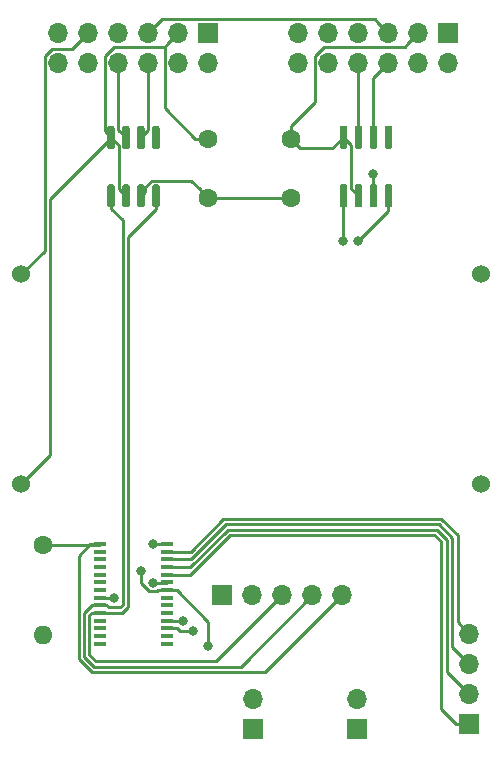
<source format=gbr>
G04 #@! TF.GenerationSoftware,KiCad,Pcbnew,5.1.4-e60b266~84~ubuntu19.04.1*
G04 #@! TF.CreationDate,2020-01-15T22:36:37+11:00*
G04 #@! TF.ProjectId,sid-board,7369642d-626f-4617-9264-2e6b69636164,rev?*
G04 #@! TF.SameCoordinates,Original*
G04 #@! TF.FileFunction,Copper,L1,Top*
G04 #@! TF.FilePolarity,Positive*
%FSLAX46Y46*%
G04 Gerber Fmt 4.6, Leading zero omitted, Abs format (unit mm)*
G04 Created by KiCad (PCBNEW 5.1.4-e60b266~84~ubuntu19.04.1) date 2020-01-15 22:36:37*
%MOMM*%
%LPD*%
G04 APERTURE LIST*
%ADD10C,1.524000*%
%ADD11R,1.100000X0.400000*%
%ADD12O,1.700000X1.700000*%
%ADD13R,1.700000X1.700000*%
%ADD14O,1.600000X1.600000*%
%ADD15C,1.600000*%
%ADD16C,0.100000*%
%ADD17C,0.600000*%
%ADD18C,0.800000*%
%ADD19C,0.250000*%
G04 APERTURE END LIST*
D10*
X103124000Y-85344000D03*
X103124000Y-103124000D03*
X64135000Y-103124000D03*
X64135000Y-85344000D03*
D11*
X70810000Y-116620000D03*
X70810000Y-115970000D03*
X70810000Y-115320000D03*
X70810000Y-114670000D03*
X70810000Y-114020000D03*
X70810000Y-113370000D03*
X70810000Y-112720000D03*
X70810000Y-112070000D03*
X70810000Y-111420000D03*
X70810000Y-110770000D03*
X70810000Y-110120000D03*
X70810000Y-109470000D03*
X70810000Y-108820000D03*
X70810000Y-108170000D03*
X76510000Y-108170000D03*
X76510000Y-108820000D03*
X76510000Y-109470000D03*
X76510000Y-110120000D03*
X76510000Y-110770000D03*
X76510000Y-111420000D03*
X76510000Y-112070000D03*
X76510000Y-112720000D03*
X76510000Y-113370000D03*
X76510000Y-114020000D03*
X76510000Y-114670000D03*
X76510000Y-115320000D03*
X76510000Y-115970000D03*
X76510000Y-116620000D03*
D12*
X87630000Y-67437000D03*
X87630000Y-64897000D03*
X90170000Y-67437000D03*
X90170000Y-64897000D03*
X92710000Y-67437000D03*
X92710000Y-64897000D03*
X95250000Y-67437000D03*
X95250000Y-64897000D03*
X97790000Y-67437000D03*
X97790000Y-64897000D03*
X100330000Y-67437000D03*
D13*
X100330000Y-64897000D03*
D12*
X67310000Y-67437000D03*
X67310000Y-64897000D03*
X69850000Y-67437000D03*
X69850000Y-64897000D03*
X72390000Y-67437000D03*
X72390000Y-64897000D03*
X74930000Y-67437000D03*
X74930000Y-64897000D03*
X77470000Y-67437000D03*
X77470000Y-64897000D03*
X80010000Y-67437000D03*
D13*
X80010000Y-64897000D03*
D14*
X66040000Y-115887500D03*
D15*
X66040000Y-108267500D03*
D12*
X91313000Y-112522000D03*
X88773000Y-112522000D03*
X86233000Y-112522000D03*
X83693000Y-112522000D03*
D13*
X81153000Y-112522000D03*
D12*
X102108000Y-115824000D03*
X102108000Y-118364000D03*
X102108000Y-120904000D03*
D13*
X102108000Y-123444000D03*
D12*
X83820000Y-121285000D03*
D13*
X83820000Y-123825000D03*
D12*
X92583000Y-121285000D03*
D13*
X92583000Y-123825000D03*
D15*
X86995000Y-73867000D03*
X86995000Y-78867000D03*
X80010000Y-73867000D03*
X80010000Y-78867000D03*
D16*
G36*
X71919703Y-72776122D02*
G01*
X71934264Y-72778282D01*
X71948543Y-72781859D01*
X71962403Y-72786818D01*
X71975710Y-72793112D01*
X71988336Y-72800680D01*
X72000159Y-72809448D01*
X72011066Y-72819334D01*
X72020952Y-72830241D01*
X72029720Y-72842064D01*
X72037288Y-72854690D01*
X72043582Y-72867997D01*
X72048541Y-72881857D01*
X72052118Y-72896136D01*
X72054278Y-72910697D01*
X72055000Y-72925400D01*
X72055000Y-74575400D01*
X72054278Y-74590103D01*
X72052118Y-74604664D01*
X72048541Y-74618943D01*
X72043582Y-74632803D01*
X72037288Y-74646110D01*
X72029720Y-74658736D01*
X72020952Y-74670559D01*
X72011066Y-74681466D01*
X72000159Y-74691352D01*
X71988336Y-74700120D01*
X71975710Y-74707688D01*
X71962403Y-74713982D01*
X71948543Y-74718941D01*
X71934264Y-74722518D01*
X71919703Y-74724678D01*
X71905000Y-74725400D01*
X71605000Y-74725400D01*
X71590297Y-74724678D01*
X71575736Y-74722518D01*
X71561457Y-74718941D01*
X71547597Y-74713982D01*
X71534290Y-74707688D01*
X71521664Y-74700120D01*
X71509841Y-74691352D01*
X71498934Y-74681466D01*
X71489048Y-74670559D01*
X71480280Y-74658736D01*
X71472712Y-74646110D01*
X71466418Y-74632803D01*
X71461459Y-74618943D01*
X71457882Y-74604664D01*
X71455722Y-74590103D01*
X71455000Y-74575400D01*
X71455000Y-72925400D01*
X71455722Y-72910697D01*
X71457882Y-72896136D01*
X71461459Y-72881857D01*
X71466418Y-72867997D01*
X71472712Y-72854690D01*
X71480280Y-72842064D01*
X71489048Y-72830241D01*
X71498934Y-72819334D01*
X71509841Y-72809448D01*
X71521664Y-72800680D01*
X71534290Y-72793112D01*
X71547597Y-72786818D01*
X71561457Y-72781859D01*
X71575736Y-72778282D01*
X71590297Y-72776122D01*
X71605000Y-72775400D01*
X71905000Y-72775400D01*
X71919703Y-72776122D01*
X71919703Y-72776122D01*
G37*
D17*
X71755000Y-73750400D03*
D16*
G36*
X73189703Y-72776122D02*
G01*
X73204264Y-72778282D01*
X73218543Y-72781859D01*
X73232403Y-72786818D01*
X73245710Y-72793112D01*
X73258336Y-72800680D01*
X73270159Y-72809448D01*
X73281066Y-72819334D01*
X73290952Y-72830241D01*
X73299720Y-72842064D01*
X73307288Y-72854690D01*
X73313582Y-72867997D01*
X73318541Y-72881857D01*
X73322118Y-72896136D01*
X73324278Y-72910697D01*
X73325000Y-72925400D01*
X73325000Y-74575400D01*
X73324278Y-74590103D01*
X73322118Y-74604664D01*
X73318541Y-74618943D01*
X73313582Y-74632803D01*
X73307288Y-74646110D01*
X73299720Y-74658736D01*
X73290952Y-74670559D01*
X73281066Y-74681466D01*
X73270159Y-74691352D01*
X73258336Y-74700120D01*
X73245710Y-74707688D01*
X73232403Y-74713982D01*
X73218543Y-74718941D01*
X73204264Y-74722518D01*
X73189703Y-74724678D01*
X73175000Y-74725400D01*
X72875000Y-74725400D01*
X72860297Y-74724678D01*
X72845736Y-74722518D01*
X72831457Y-74718941D01*
X72817597Y-74713982D01*
X72804290Y-74707688D01*
X72791664Y-74700120D01*
X72779841Y-74691352D01*
X72768934Y-74681466D01*
X72759048Y-74670559D01*
X72750280Y-74658736D01*
X72742712Y-74646110D01*
X72736418Y-74632803D01*
X72731459Y-74618943D01*
X72727882Y-74604664D01*
X72725722Y-74590103D01*
X72725000Y-74575400D01*
X72725000Y-72925400D01*
X72725722Y-72910697D01*
X72727882Y-72896136D01*
X72731459Y-72881857D01*
X72736418Y-72867997D01*
X72742712Y-72854690D01*
X72750280Y-72842064D01*
X72759048Y-72830241D01*
X72768934Y-72819334D01*
X72779841Y-72809448D01*
X72791664Y-72800680D01*
X72804290Y-72793112D01*
X72817597Y-72786818D01*
X72831457Y-72781859D01*
X72845736Y-72778282D01*
X72860297Y-72776122D01*
X72875000Y-72775400D01*
X73175000Y-72775400D01*
X73189703Y-72776122D01*
X73189703Y-72776122D01*
G37*
D17*
X73025000Y-73750400D03*
D16*
G36*
X74459703Y-72776122D02*
G01*
X74474264Y-72778282D01*
X74488543Y-72781859D01*
X74502403Y-72786818D01*
X74515710Y-72793112D01*
X74528336Y-72800680D01*
X74540159Y-72809448D01*
X74551066Y-72819334D01*
X74560952Y-72830241D01*
X74569720Y-72842064D01*
X74577288Y-72854690D01*
X74583582Y-72867997D01*
X74588541Y-72881857D01*
X74592118Y-72896136D01*
X74594278Y-72910697D01*
X74595000Y-72925400D01*
X74595000Y-74575400D01*
X74594278Y-74590103D01*
X74592118Y-74604664D01*
X74588541Y-74618943D01*
X74583582Y-74632803D01*
X74577288Y-74646110D01*
X74569720Y-74658736D01*
X74560952Y-74670559D01*
X74551066Y-74681466D01*
X74540159Y-74691352D01*
X74528336Y-74700120D01*
X74515710Y-74707688D01*
X74502403Y-74713982D01*
X74488543Y-74718941D01*
X74474264Y-74722518D01*
X74459703Y-74724678D01*
X74445000Y-74725400D01*
X74145000Y-74725400D01*
X74130297Y-74724678D01*
X74115736Y-74722518D01*
X74101457Y-74718941D01*
X74087597Y-74713982D01*
X74074290Y-74707688D01*
X74061664Y-74700120D01*
X74049841Y-74691352D01*
X74038934Y-74681466D01*
X74029048Y-74670559D01*
X74020280Y-74658736D01*
X74012712Y-74646110D01*
X74006418Y-74632803D01*
X74001459Y-74618943D01*
X73997882Y-74604664D01*
X73995722Y-74590103D01*
X73995000Y-74575400D01*
X73995000Y-72925400D01*
X73995722Y-72910697D01*
X73997882Y-72896136D01*
X74001459Y-72881857D01*
X74006418Y-72867997D01*
X74012712Y-72854690D01*
X74020280Y-72842064D01*
X74029048Y-72830241D01*
X74038934Y-72819334D01*
X74049841Y-72809448D01*
X74061664Y-72800680D01*
X74074290Y-72793112D01*
X74087597Y-72786818D01*
X74101457Y-72781859D01*
X74115736Y-72778282D01*
X74130297Y-72776122D01*
X74145000Y-72775400D01*
X74445000Y-72775400D01*
X74459703Y-72776122D01*
X74459703Y-72776122D01*
G37*
D17*
X74295000Y-73750400D03*
D16*
G36*
X75729703Y-72776122D02*
G01*
X75744264Y-72778282D01*
X75758543Y-72781859D01*
X75772403Y-72786818D01*
X75785710Y-72793112D01*
X75798336Y-72800680D01*
X75810159Y-72809448D01*
X75821066Y-72819334D01*
X75830952Y-72830241D01*
X75839720Y-72842064D01*
X75847288Y-72854690D01*
X75853582Y-72867997D01*
X75858541Y-72881857D01*
X75862118Y-72896136D01*
X75864278Y-72910697D01*
X75865000Y-72925400D01*
X75865000Y-74575400D01*
X75864278Y-74590103D01*
X75862118Y-74604664D01*
X75858541Y-74618943D01*
X75853582Y-74632803D01*
X75847288Y-74646110D01*
X75839720Y-74658736D01*
X75830952Y-74670559D01*
X75821066Y-74681466D01*
X75810159Y-74691352D01*
X75798336Y-74700120D01*
X75785710Y-74707688D01*
X75772403Y-74713982D01*
X75758543Y-74718941D01*
X75744264Y-74722518D01*
X75729703Y-74724678D01*
X75715000Y-74725400D01*
X75415000Y-74725400D01*
X75400297Y-74724678D01*
X75385736Y-74722518D01*
X75371457Y-74718941D01*
X75357597Y-74713982D01*
X75344290Y-74707688D01*
X75331664Y-74700120D01*
X75319841Y-74691352D01*
X75308934Y-74681466D01*
X75299048Y-74670559D01*
X75290280Y-74658736D01*
X75282712Y-74646110D01*
X75276418Y-74632803D01*
X75271459Y-74618943D01*
X75267882Y-74604664D01*
X75265722Y-74590103D01*
X75265000Y-74575400D01*
X75265000Y-72925400D01*
X75265722Y-72910697D01*
X75267882Y-72896136D01*
X75271459Y-72881857D01*
X75276418Y-72867997D01*
X75282712Y-72854690D01*
X75290280Y-72842064D01*
X75299048Y-72830241D01*
X75308934Y-72819334D01*
X75319841Y-72809448D01*
X75331664Y-72800680D01*
X75344290Y-72793112D01*
X75357597Y-72786818D01*
X75371457Y-72781859D01*
X75385736Y-72778282D01*
X75400297Y-72776122D01*
X75415000Y-72775400D01*
X75715000Y-72775400D01*
X75729703Y-72776122D01*
X75729703Y-72776122D01*
G37*
D17*
X75565000Y-73750400D03*
D16*
G36*
X75729703Y-77726122D02*
G01*
X75744264Y-77728282D01*
X75758543Y-77731859D01*
X75772403Y-77736818D01*
X75785710Y-77743112D01*
X75798336Y-77750680D01*
X75810159Y-77759448D01*
X75821066Y-77769334D01*
X75830952Y-77780241D01*
X75839720Y-77792064D01*
X75847288Y-77804690D01*
X75853582Y-77817997D01*
X75858541Y-77831857D01*
X75862118Y-77846136D01*
X75864278Y-77860697D01*
X75865000Y-77875400D01*
X75865000Y-79525400D01*
X75864278Y-79540103D01*
X75862118Y-79554664D01*
X75858541Y-79568943D01*
X75853582Y-79582803D01*
X75847288Y-79596110D01*
X75839720Y-79608736D01*
X75830952Y-79620559D01*
X75821066Y-79631466D01*
X75810159Y-79641352D01*
X75798336Y-79650120D01*
X75785710Y-79657688D01*
X75772403Y-79663982D01*
X75758543Y-79668941D01*
X75744264Y-79672518D01*
X75729703Y-79674678D01*
X75715000Y-79675400D01*
X75415000Y-79675400D01*
X75400297Y-79674678D01*
X75385736Y-79672518D01*
X75371457Y-79668941D01*
X75357597Y-79663982D01*
X75344290Y-79657688D01*
X75331664Y-79650120D01*
X75319841Y-79641352D01*
X75308934Y-79631466D01*
X75299048Y-79620559D01*
X75290280Y-79608736D01*
X75282712Y-79596110D01*
X75276418Y-79582803D01*
X75271459Y-79568943D01*
X75267882Y-79554664D01*
X75265722Y-79540103D01*
X75265000Y-79525400D01*
X75265000Y-77875400D01*
X75265722Y-77860697D01*
X75267882Y-77846136D01*
X75271459Y-77831857D01*
X75276418Y-77817997D01*
X75282712Y-77804690D01*
X75290280Y-77792064D01*
X75299048Y-77780241D01*
X75308934Y-77769334D01*
X75319841Y-77759448D01*
X75331664Y-77750680D01*
X75344290Y-77743112D01*
X75357597Y-77736818D01*
X75371457Y-77731859D01*
X75385736Y-77728282D01*
X75400297Y-77726122D01*
X75415000Y-77725400D01*
X75715000Y-77725400D01*
X75729703Y-77726122D01*
X75729703Y-77726122D01*
G37*
D17*
X75565000Y-78700400D03*
D16*
G36*
X74459703Y-77726122D02*
G01*
X74474264Y-77728282D01*
X74488543Y-77731859D01*
X74502403Y-77736818D01*
X74515710Y-77743112D01*
X74528336Y-77750680D01*
X74540159Y-77759448D01*
X74551066Y-77769334D01*
X74560952Y-77780241D01*
X74569720Y-77792064D01*
X74577288Y-77804690D01*
X74583582Y-77817997D01*
X74588541Y-77831857D01*
X74592118Y-77846136D01*
X74594278Y-77860697D01*
X74595000Y-77875400D01*
X74595000Y-79525400D01*
X74594278Y-79540103D01*
X74592118Y-79554664D01*
X74588541Y-79568943D01*
X74583582Y-79582803D01*
X74577288Y-79596110D01*
X74569720Y-79608736D01*
X74560952Y-79620559D01*
X74551066Y-79631466D01*
X74540159Y-79641352D01*
X74528336Y-79650120D01*
X74515710Y-79657688D01*
X74502403Y-79663982D01*
X74488543Y-79668941D01*
X74474264Y-79672518D01*
X74459703Y-79674678D01*
X74445000Y-79675400D01*
X74145000Y-79675400D01*
X74130297Y-79674678D01*
X74115736Y-79672518D01*
X74101457Y-79668941D01*
X74087597Y-79663982D01*
X74074290Y-79657688D01*
X74061664Y-79650120D01*
X74049841Y-79641352D01*
X74038934Y-79631466D01*
X74029048Y-79620559D01*
X74020280Y-79608736D01*
X74012712Y-79596110D01*
X74006418Y-79582803D01*
X74001459Y-79568943D01*
X73997882Y-79554664D01*
X73995722Y-79540103D01*
X73995000Y-79525400D01*
X73995000Y-77875400D01*
X73995722Y-77860697D01*
X73997882Y-77846136D01*
X74001459Y-77831857D01*
X74006418Y-77817997D01*
X74012712Y-77804690D01*
X74020280Y-77792064D01*
X74029048Y-77780241D01*
X74038934Y-77769334D01*
X74049841Y-77759448D01*
X74061664Y-77750680D01*
X74074290Y-77743112D01*
X74087597Y-77736818D01*
X74101457Y-77731859D01*
X74115736Y-77728282D01*
X74130297Y-77726122D01*
X74145000Y-77725400D01*
X74445000Y-77725400D01*
X74459703Y-77726122D01*
X74459703Y-77726122D01*
G37*
D17*
X74295000Y-78700400D03*
D16*
G36*
X73189703Y-77726122D02*
G01*
X73204264Y-77728282D01*
X73218543Y-77731859D01*
X73232403Y-77736818D01*
X73245710Y-77743112D01*
X73258336Y-77750680D01*
X73270159Y-77759448D01*
X73281066Y-77769334D01*
X73290952Y-77780241D01*
X73299720Y-77792064D01*
X73307288Y-77804690D01*
X73313582Y-77817997D01*
X73318541Y-77831857D01*
X73322118Y-77846136D01*
X73324278Y-77860697D01*
X73325000Y-77875400D01*
X73325000Y-79525400D01*
X73324278Y-79540103D01*
X73322118Y-79554664D01*
X73318541Y-79568943D01*
X73313582Y-79582803D01*
X73307288Y-79596110D01*
X73299720Y-79608736D01*
X73290952Y-79620559D01*
X73281066Y-79631466D01*
X73270159Y-79641352D01*
X73258336Y-79650120D01*
X73245710Y-79657688D01*
X73232403Y-79663982D01*
X73218543Y-79668941D01*
X73204264Y-79672518D01*
X73189703Y-79674678D01*
X73175000Y-79675400D01*
X72875000Y-79675400D01*
X72860297Y-79674678D01*
X72845736Y-79672518D01*
X72831457Y-79668941D01*
X72817597Y-79663982D01*
X72804290Y-79657688D01*
X72791664Y-79650120D01*
X72779841Y-79641352D01*
X72768934Y-79631466D01*
X72759048Y-79620559D01*
X72750280Y-79608736D01*
X72742712Y-79596110D01*
X72736418Y-79582803D01*
X72731459Y-79568943D01*
X72727882Y-79554664D01*
X72725722Y-79540103D01*
X72725000Y-79525400D01*
X72725000Y-77875400D01*
X72725722Y-77860697D01*
X72727882Y-77846136D01*
X72731459Y-77831857D01*
X72736418Y-77817997D01*
X72742712Y-77804690D01*
X72750280Y-77792064D01*
X72759048Y-77780241D01*
X72768934Y-77769334D01*
X72779841Y-77759448D01*
X72791664Y-77750680D01*
X72804290Y-77743112D01*
X72817597Y-77736818D01*
X72831457Y-77731859D01*
X72845736Y-77728282D01*
X72860297Y-77726122D01*
X72875000Y-77725400D01*
X73175000Y-77725400D01*
X73189703Y-77726122D01*
X73189703Y-77726122D01*
G37*
D17*
X73025000Y-78700400D03*
D16*
G36*
X71919703Y-77726122D02*
G01*
X71934264Y-77728282D01*
X71948543Y-77731859D01*
X71962403Y-77736818D01*
X71975710Y-77743112D01*
X71988336Y-77750680D01*
X72000159Y-77759448D01*
X72011066Y-77769334D01*
X72020952Y-77780241D01*
X72029720Y-77792064D01*
X72037288Y-77804690D01*
X72043582Y-77817997D01*
X72048541Y-77831857D01*
X72052118Y-77846136D01*
X72054278Y-77860697D01*
X72055000Y-77875400D01*
X72055000Y-79525400D01*
X72054278Y-79540103D01*
X72052118Y-79554664D01*
X72048541Y-79568943D01*
X72043582Y-79582803D01*
X72037288Y-79596110D01*
X72029720Y-79608736D01*
X72020952Y-79620559D01*
X72011066Y-79631466D01*
X72000159Y-79641352D01*
X71988336Y-79650120D01*
X71975710Y-79657688D01*
X71962403Y-79663982D01*
X71948543Y-79668941D01*
X71934264Y-79672518D01*
X71919703Y-79674678D01*
X71905000Y-79675400D01*
X71605000Y-79675400D01*
X71590297Y-79674678D01*
X71575736Y-79672518D01*
X71561457Y-79668941D01*
X71547597Y-79663982D01*
X71534290Y-79657688D01*
X71521664Y-79650120D01*
X71509841Y-79641352D01*
X71498934Y-79631466D01*
X71489048Y-79620559D01*
X71480280Y-79608736D01*
X71472712Y-79596110D01*
X71466418Y-79582803D01*
X71461459Y-79568943D01*
X71457882Y-79554664D01*
X71455722Y-79540103D01*
X71455000Y-79525400D01*
X71455000Y-77875400D01*
X71455722Y-77860697D01*
X71457882Y-77846136D01*
X71461459Y-77831857D01*
X71466418Y-77817997D01*
X71472712Y-77804690D01*
X71480280Y-77792064D01*
X71489048Y-77780241D01*
X71498934Y-77769334D01*
X71509841Y-77759448D01*
X71521664Y-77750680D01*
X71534290Y-77743112D01*
X71547597Y-77736818D01*
X71561457Y-77731859D01*
X71575736Y-77728282D01*
X71590297Y-77726122D01*
X71605000Y-77725400D01*
X71905000Y-77725400D01*
X71919703Y-77726122D01*
X71919703Y-77726122D01*
G37*
D17*
X71755000Y-78700400D03*
D16*
G36*
X91604703Y-77700722D02*
G01*
X91619264Y-77702882D01*
X91633543Y-77706459D01*
X91647403Y-77711418D01*
X91660710Y-77717712D01*
X91673336Y-77725280D01*
X91685159Y-77734048D01*
X91696066Y-77743934D01*
X91705952Y-77754841D01*
X91714720Y-77766664D01*
X91722288Y-77779290D01*
X91728582Y-77792597D01*
X91733541Y-77806457D01*
X91737118Y-77820736D01*
X91739278Y-77835297D01*
X91740000Y-77850000D01*
X91740000Y-79500000D01*
X91739278Y-79514703D01*
X91737118Y-79529264D01*
X91733541Y-79543543D01*
X91728582Y-79557403D01*
X91722288Y-79570710D01*
X91714720Y-79583336D01*
X91705952Y-79595159D01*
X91696066Y-79606066D01*
X91685159Y-79615952D01*
X91673336Y-79624720D01*
X91660710Y-79632288D01*
X91647403Y-79638582D01*
X91633543Y-79643541D01*
X91619264Y-79647118D01*
X91604703Y-79649278D01*
X91590000Y-79650000D01*
X91290000Y-79650000D01*
X91275297Y-79649278D01*
X91260736Y-79647118D01*
X91246457Y-79643541D01*
X91232597Y-79638582D01*
X91219290Y-79632288D01*
X91206664Y-79624720D01*
X91194841Y-79615952D01*
X91183934Y-79606066D01*
X91174048Y-79595159D01*
X91165280Y-79583336D01*
X91157712Y-79570710D01*
X91151418Y-79557403D01*
X91146459Y-79543543D01*
X91142882Y-79529264D01*
X91140722Y-79514703D01*
X91140000Y-79500000D01*
X91140000Y-77850000D01*
X91140722Y-77835297D01*
X91142882Y-77820736D01*
X91146459Y-77806457D01*
X91151418Y-77792597D01*
X91157712Y-77779290D01*
X91165280Y-77766664D01*
X91174048Y-77754841D01*
X91183934Y-77743934D01*
X91194841Y-77734048D01*
X91206664Y-77725280D01*
X91219290Y-77717712D01*
X91232597Y-77711418D01*
X91246457Y-77706459D01*
X91260736Y-77702882D01*
X91275297Y-77700722D01*
X91290000Y-77700000D01*
X91590000Y-77700000D01*
X91604703Y-77700722D01*
X91604703Y-77700722D01*
G37*
D17*
X91440000Y-78675000D03*
D16*
G36*
X92874703Y-77700722D02*
G01*
X92889264Y-77702882D01*
X92903543Y-77706459D01*
X92917403Y-77711418D01*
X92930710Y-77717712D01*
X92943336Y-77725280D01*
X92955159Y-77734048D01*
X92966066Y-77743934D01*
X92975952Y-77754841D01*
X92984720Y-77766664D01*
X92992288Y-77779290D01*
X92998582Y-77792597D01*
X93003541Y-77806457D01*
X93007118Y-77820736D01*
X93009278Y-77835297D01*
X93010000Y-77850000D01*
X93010000Y-79500000D01*
X93009278Y-79514703D01*
X93007118Y-79529264D01*
X93003541Y-79543543D01*
X92998582Y-79557403D01*
X92992288Y-79570710D01*
X92984720Y-79583336D01*
X92975952Y-79595159D01*
X92966066Y-79606066D01*
X92955159Y-79615952D01*
X92943336Y-79624720D01*
X92930710Y-79632288D01*
X92917403Y-79638582D01*
X92903543Y-79643541D01*
X92889264Y-79647118D01*
X92874703Y-79649278D01*
X92860000Y-79650000D01*
X92560000Y-79650000D01*
X92545297Y-79649278D01*
X92530736Y-79647118D01*
X92516457Y-79643541D01*
X92502597Y-79638582D01*
X92489290Y-79632288D01*
X92476664Y-79624720D01*
X92464841Y-79615952D01*
X92453934Y-79606066D01*
X92444048Y-79595159D01*
X92435280Y-79583336D01*
X92427712Y-79570710D01*
X92421418Y-79557403D01*
X92416459Y-79543543D01*
X92412882Y-79529264D01*
X92410722Y-79514703D01*
X92410000Y-79500000D01*
X92410000Y-77850000D01*
X92410722Y-77835297D01*
X92412882Y-77820736D01*
X92416459Y-77806457D01*
X92421418Y-77792597D01*
X92427712Y-77779290D01*
X92435280Y-77766664D01*
X92444048Y-77754841D01*
X92453934Y-77743934D01*
X92464841Y-77734048D01*
X92476664Y-77725280D01*
X92489290Y-77717712D01*
X92502597Y-77711418D01*
X92516457Y-77706459D01*
X92530736Y-77702882D01*
X92545297Y-77700722D01*
X92560000Y-77700000D01*
X92860000Y-77700000D01*
X92874703Y-77700722D01*
X92874703Y-77700722D01*
G37*
D17*
X92710000Y-78675000D03*
D16*
G36*
X94144703Y-77700722D02*
G01*
X94159264Y-77702882D01*
X94173543Y-77706459D01*
X94187403Y-77711418D01*
X94200710Y-77717712D01*
X94213336Y-77725280D01*
X94225159Y-77734048D01*
X94236066Y-77743934D01*
X94245952Y-77754841D01*
X94254720Y-77766664D01*
X94262288Y-77779290D01*
X94268582Y-77792597D01*
X94273541Y-77806457D01*
X94277118Y-77820736D01*
X94279278Y-77835297D01*
X94280000Y-77850000D01*
X94280000Y-79500000D01*
X94279278Y-79514703D01*
X94277118Y-79529264D01*
X94273541Y-79543543D01*
X94268582Y-79557403D01*
X94262288Y-79570710D01*
X94254720Y-79583336D01*
X94245952Y-79595159D01*
X94236066Y-79606066D01*
X94225159Y-79615952D01*
X94213336Y-79624720D01*
X94200710Y-79632288D01*
X94187403Y-79638582D01*
X94173543Y-79643541D01*
X94159264Y-79647118D01*
X94144703Y-79649278D01*
X94130000Y-79650000D01*
X93830000Y-79650000D01*
X93815297Y-79649278D01*
X93800736Y-79647118D01*
X93786457Y-79643541D01*
X93772597Y-79638582D01*
X93759290Y-79632288D01*
X93746664Y-79624720D01*
X93734841Y-79615952D01*
X93723934Y-79606066D01*
X93714048Y-79595159D01*
X93705280Y-79583336D01*
X93697712Y-79570710D01*
X93691418Y-79557403D01*
X93686459Y-79543543D01*
X93682882Y-79529264D01*
X93680722Y-79514703D01*
X93680000Y-79500000D01*
X93680000Y-77850000D01*
X93680722Y-77835297D01*
X93682882Y-77820736D01*
X93686459Y-77806457D01*
X93691418Y-77792597D01*
X93697712Y-77779290D01*
X93705280Y-77766664D01*
X93714048Y-77754841D01*
X93723934Y-77743934D01*
X93734841Y-77734048D01*
X93746664Y-77725280D01*
X93759290Y-77717712D01*
X93772597Y-77711418D01*
X93786457Y-77706459D01*
X93800736Y-77702882D01*
X93815297Y-77700722D01*
X93830000Y-77700000D01*
X94130000Y-77700000D01*
X94144703Y-77700722D01*
X94144703Y-77700722D01*
G37*
D17*
X93980000Y-78675000D03*
D16*
G36*
X95414703Y-77700722D02*
G01*
X95429264Y-77702882D01*
X95443543Y-77706459D01*
X95457403Y-77711418D01*
X95470710Y-77717712D01*
X95483336Y-77725280D01*
X95495159Y-77734048D01*
X95506066Y-77743934D01*
X95515952Y-77754841D01*
X95524720Y-77766664D01*
X95532288Y-77779290D01*
X95538582Y-77792597D01*
X95543541Y-77806457D01*
X95547118Y-77820736D01*
X95549278Y-77835297D01*
X95550000Y-77850000D01*
X95550000Y-79500000D01*
X95549278Y-79514703D01*
X95547118Y-79529264D01*
X95543541Y-79543543D01*
X95538582Y-79557403D01*
X95532288Y-79570710D01*
X95524720Y-79583336D01*
X95515952Y-79595159D01*
X95506066Y-79606066D01*
X95495159Y-79615952D01*
X95483336Y-79624720D01*
X95470710Y-79632288D01*
X95457403Y-79638582D01*
X95443543Y-79643541D01*
X95429264Y-79647118D01*
X95414703Y-79649278D01*
X95400000Y-79650000D01*
X95100000Y-79650000D01*
X95085297Y-79649278D01*
X95070736Y-79647118D01*
X95056457Y-79643541D01*
X95042597Y-79638582D01*
X95029290Y-79632288D01*
X95016664Y-79624720D01*
X95004841Y-79615952D01*
X94993934Y-79606066D01*
X94984048Y-79595159D01*
X94975280Y-79583336D01*
X94967712Y-79570710D01*
X94961418Y-79557403D01*
X94956459Y-79543543D01*
X94952882Y-79529264D01*
X94950722Y-79514703D01*
X94950000Y-79500000D01*
X94950000Y-77850000D01*
X94950722Y-77835297D01*
X94952882Y-77820736D01*
X94956459Y-77806457D01*
X94961418Y-77792597D01*
X94967712Y-77779290D01*
X94975280Y-77766664D01*
X94984048Y-77754841D01*
X94993934Y-77743934D01*
X95004841Y-77734048D01*
X95016664Y-77725280D01*
X95029290Y-77717712D01*
X95042597Y-77711418D01*
X95056457Y-77706459D01*
X95070736Y-77702882D01*
X95085297Y-77700722D01*
X95100000Y-77700000D01*
X95400000Y-77700000D01*
X95414703Y-77700722D01*
X95414703Y-77700722D01*
G37*
D17*
X95250000Y-78675000D03*
D16*
G36*
X95414703Y-72750722D02*
G01*
X95429264Y-72752882D01*
X95443543Y-72756459D01*
X95457403Y-72761418D01*
X95470710Y-72767712D01*
X95483336Y-72775280D01*
X95495159Y-72784048D01*
X95506066Y-72793934D01*
X95515952Y-72804841D01*
X95524720Y-72816664D01*
X95532288Y-72829290D01*
X95538582Y-72842597D01*
X95543541Y-72856457D01*
X95547118Y-72870736D01*
X95549278Y-72885297D01*
X95550000Y-72900000D01*
X95550000Y-74550000D01*
X95549278Y-74564703D01*
X95547118Y-74579264D01*
X95543541Y-74593543D01*
X95538582Y-74607403D01*
X95532288Y-74620710D01*
X95524720Y-74633336D01*
X95515952Y-74645159D01*
X95506066Y-74656066D01*
X95495159Y-74665952D01*
X95483336Y-74674720D01*
X95470710Y-74682288D01*
X95457403Y-74688582D01*
X95443543Y-74693541D01*
X95429264Y-74697118D01*
X95414703Y-74699278D01*
X95400000Y-74700000D01*
X95100000Y-74700000D01*
X95085297Y-74699278D01*
X95070736Y-74697118D01*
X95056457Y-74693541D01*
X95042597Y-74688582D01*
X95029290Y-74682288D01*
X95016664Y-74674720D01*
X95004841Y-74665952D01*
X94993934Y-74656066D01*
X94984048Y-74645159D01*
X94975280Y-74633336D01*
X94967712Y-74620710D01*
X94961418Y-74607403D01*
X94956459Y-74593543D01*
X94952882Y-74579264D01*
X94950722Y-74564703D01*
X94950000Y-74550000D01*
X94950000Y-72900000D01*
X94950722Y-72885297D01*
X94952882Y-72870736D01*
X94956459Y-72856457D01*
X94961418Y-72842597D01*
X94967712Y-72829290D01*
X94975280Y-72816664D01*
X94984048Y-72804841D01*
X94993934Y-72793934D01*
X95004841Y-72784048D01*
X95016664Y-72775280D01*
X95029290Y-72767712D01*
X95042597Y-72761418D01*
X95056457Y-72756459D01*
X95070736Y-72752882D01*
X95085297Y-72750722D01*
X95100000Y-72750000D01*
X95400000Y-72750000D01*
X95414703Y-72750722D01*
X95414703Y-72750722D01*
G37*
D17*
X95250000Y-73725000D03*
D16*
G36*
X94144703Y-72750722D02*
G01*
X94159264Y-72752882D01*
X94173543Y-72756459D01*
X94187403Y-72761418D01*
X94200710Y-72767712D01*
X94213336Y-72775280D01*
X94225159Y-72784048D01*
X94236066Y-72793934D01*
X94245952Y-72804841D01*
X94254720Y-72816664D01*
X94262288Y-72829290D01*
X94268582Y-72842597D01*
X94273541Y-72856457D01*
X94277118Y-72870736D01*
X94279278Y-72885297D01*
X94280000Y-72900000D01*
X94280000Y-74550000D01*
X94279278Y-74564703D01*
X94277118Y-74579264D01*
X94273541Y-74593543D01*
X94268582Y-74607403D01*
X94262288Y-74620710D01*
X94254720Y-74633336D01*
X94245952Y-74645159D01*
X94236066Y-74656066D01*
X94225159Y-74665952D01*
X94213336Y-74674720D01*
X94200710Y-74682288D01*
X94187403Y-74688582D01*
X94173543Y-74693541D01*
X94159264Y-74697118D01*
X94144703Y-74699278D01*
X94130000Y-74700000D01*
X93830000Y-74700000D01*
X93815297Y-74699278D01*
X93800736Y-74697118D01*
X93786457Y-74693541D01*
X93772597Y-74688582D01*
X93759290Y-74682288D01*
X93746664Y-74674720D01*
X93734841Y-74665952D01*
X93723934Y-74656066D01*
X93714048Y-74645159D01*
X93705280Y-74633336D01*
X93697712Y-74620710D01*
X93691418Y-74607403D01*
X93686459Y-74593543D01*
X93682882Y-74579264D01*
X93680722Y-74564703D01*
X93680000Y-74550000D01*
X93680000Y-72900000D01*
X93680722Y-72885297D01*
X93682882Y-72870736D01*
X93686459Y-72856457D01*
X93691418Y-72842597D01*
X93697712Y-72829290D01*
X93705280Y-72816664D01*
X93714048Y-72804841D01*
X93723934Y-72793934D01*
X93734841Y-72784048D01*
X93746664Y-72775280D01*
X93759290Y-72767712D01*
X93772597Y-72761418D01*
X93786457Y-72756459D01*
X93800736Y-72752882D01*
X93815297Y-72750722D01*
X93830000Y-72750000D01*
X94130000Y-72750000D01*
X94144703Y-72750722D01*
X94144703Y-72750722D01*
G37*
D17*
X93980000Y-73725000D03*
D16*
G36*
X92874703Y-72750722D02*
G01*
X92889264Y-72752882D01*
X92903543Y-72756459D01*
X92917403Y-72761418D01*
X92930710Y-72767712D01*
X92943336Y-72775280D01*
X92955159Y-72784048D01*
X92966066Y-72793934D01*
X92975952Y-72804841D01*
X92984720Y-72816664D01*
X92992288Y-72829290D01*
X92998582Y-72842597D01*
X93003541Y-72856457D01*
X93007118Y-72870736D01*
X93009278Y-72885297D01*
X93010000Y-72900000D01*
X93010000Y-74550000D01*
X93009278Y-74564703D01*
X93007118Y-74579264D01*
X93003541Y-74593543D01*
X92998582Y-74607403D01*
X92992288Y-74620710D01*
X92984720Y-74633336D01*
X92975952Y-74645159D01*
X92966066Y-74656066D01*
X92955159Y-74665952D01*
X92943336Y-74674720D01*
X92930710Y-74682288D01*
X92917403Y-74688582D01*
X92903543Y-74693541D01*
X92889264Y-74697118D01*
X92874703Y-74699278D01*
X92860000Y-74700000D01*
X92560000Y-74700000D01*
X92545297Y-74699278D01*
X92530736Y-74697118D01*
X92516457Y-74693541D01*
X92502597Y-74688582D01*
X92489290Y-74682288D01*
X92476664Y-74674720D01*
X92464841Y-74665952D01*
X92453934Y-74656066D01*
X92444048Y-74645159D01*
X92435280Y-74633336D01*
X92427712Y-74620710D01*
X92421418Y-74607403D01*
X92416459Y-74593543D01*
X92412882Y-74579264D01*
X92410722Y-74564703D01*
X92410000Y-74550000D01*
X92410000Y-72900000D01*
X92410722Y-72885297D01*
X92412882Y-72870736D01*
X92416459Y-72856457D01*
X92421418Y-72842597D01*
X92427712Y-72829290D01*
X92435280Y-72816664D01*
X92444048Y-72804841D01*
X92453934Y-72793934D01*
X92464841Y-72784048D01*
X92476664Y-72775280D01*
X92489290Y-72767712D01*
X92502597Y-72761418D01*
X92516457Y-72756459D01*
X92530736Y-72752882D01*
X92545297Y-72750722D01*
X92560000Y-72750000D01*
X92860000Y-72750000D01*
X92874703Y-72750722D01*
X92874703Y-72750722D01*
G37*
D17*
X92710000Y-73725000D03*
D16*
G36*
X91604703Y-72750722D02*
G01*
X91619264Y-72752882D01*
X91633543Y-72756459D01*
X91647403Y-72761418D01*
X91660710Y-72767712D01*
X91673336Y-72775280D01*
X91685159Y-72784048D01*
X91696066Y-72793934D01*
X91705952Y-72804841D01*
X91714720Y-72816664D01*
X91722288Y-72829290D01*
X91728582Y-72842597D01*
X91733541Y-72856457D01*
X91737118Y-72870736D01*
X91739278Y-72885297D01*
X91740000Y-72900000D01*
X91740000Y-74550000D01*
X91739278Y-74564703D01*
X91737118Y-74579264D01*
X91733541Y-74593543D01*
X91728582Y-74607403D01*
X91722288Y-74620710D01*
X91714720Y-74633336D01*
X91705952Y-74645159D01*
X91696066Y-74656066D01*
X91685159Y-74665952D01*
X91673336Y-74674720D01*
X91660710Y-74682288D01*
X91647403Y-74688582D01*
X91633543Y-74693541D01*
X91619264Y-74697118D01*
X91604703Y-74699278D01*
X91590000Y-74700000D01*
X91290000Y-74700000D01*
X91275297Y-74699278D01*
X91260736Y-74697118D01*
X91246457Y-74693541D01*
X91232597Y-74688582D01*
X91219290Y-74682288D01*
X91206664Y-74674720D01*
X91194841Y-74665952D01*
X91183934Y-74656066D01*
X91174048Y-74645159D01*
X91165280Y-74633336D01*
X91157712Y-74620710D01*
X91151418Y-74607403D01*
X91146459Y-74593543D01*
X91142882Y-74579264D01*
X91140722Y-74564703D01*
X91140000Y-74550000D01*
X91140000Y-72900000D01*
X91140722Y-72885297D01*
X91142882Y-72870736D01*
X91146459Y-72856457D01*
X91151418Y-72842597D01*
X91157712Y-72829290D01*
X91165280Y-72816664D01*
X91174048Y-72804841D01*
X91183934Y-72793934D01*
X91194841Y-72784048D01*
X91206664Y-72775280D01*
X91219290Y-72767712D01*
X91232597Y-72761418D01*
X91246457Y-72756459D01*
X91260736Y-72752882D01*
X91275297Y-72750722D01*
X91290000Y-72750000D01*
X91590000Y-72750000D01*
X91604703Y-72750722D01*
X91604703Y-72750722D01*
G37*
D17*
X91440000Y-73725000D03*
D18*
X91440000Y-82550000D03*
X92710000Y-82550000D03*
X75311000Y-108140500D03*
X72009000Y-112776000D03*
X75311000Y-111442500D03*
X77851000Y-114681000D03*
X93980000Y-76835000D03*
X78740000Y-115570000D03*
X74295000Y-110490000D03*
X80010000Y-116840000D03*
D19*
X93980000Y-68707000D02*
X93980000Y-73725000D01*
X95250000Y-67437000D02*
X93980000Y-68707000D01*
X92710000Y-67437000D02*
X92710000Y-73725000D01*
X69000001Y-65746999D02*
X69850000Y-64897000D01*
X68485001Y-66261999D02*
X69000001Y-65746999D01*
X66134999Y-66872999D02*
X66745999Y-66261999D01*
X66745999Y-66261999D02*
X68485001Y-66261999D01*
X66134999Y-83344001D02*
X66134999Y-66872999D01*
X64135000Y-85344000D02*
X66134999Y-83344001D01*
X94074999Y-63721999D02*
X94400001Y-64047001D01*
X94400001Y-64047001D02*
X95250000Y-64897000D01*
X76105001Y-63721999D02*
X94074999Y-63721999D01*
X74930000Y-64897000D02*
X76105001Y-63721999D01*
X72015997Y-66072001D02*
X76294999Y-66072001D01*
X71214999Y-73210399D02*
X71214999Y-66872999D01*
X71214999Y-66872999D02*
X72015997Y-66072001D01*
X71755000Y-73750400D02*
X71214999Y-73210399D01*
X91069290Y-74095710D02*
X91440000Y-73725000D01*
X90498001Y-74666999D02*
X91069290Y-74095710D01*
X87794999Y-74666999D02*
X90498001Y-74666999D01*
X86995000Y-73867000D02*
X87794999Y-74666999D01*
X72125710Y-74121110D02*
X71755000Y-73750400D01*
X72399990Y-74395390D02*
X72125710Y-74121110D01*
X72399990Y-78075390D02*
X72399990Y-74395390D01*
X73025000Y-78700400D02*
X72399990Y-78075390D01*
X91810710Y-74095710D02*
X91440000Y-73725000D01*
X92084990Y-74369990D02*
X91810710Y-74095710D01*
X92084990Y-78049990D02*
X92084990Y-74369990D01*
X92710000Y-78675000D02*
X92084990Y-78049990D01*
X76620001Y-65746999D02*
X77470000Y-64897000D01*
X76294999Y-71283369D02*
X76294999Y-66072001D01*
X76294999Y-66072001D02*
X76620001Y-65746999D01*
X78878630Y-73867000D02*
X76294999Y-71283369D01*
X80010000Y-73867000D02*
X78878630Y-73867000D01*
X96940001Y-65746999D02*
X97790000Y-64897000D01*
X96614999Y-66072001D02*
X96940001Y-65746999D01*
X89795997Y-66072001D02*
X96614999Y-66072001D01*
X88994999Y-66872999D02*
X89795997Y-66072001D01*
X88994999Y-70735631D02*
X88994999Y-66872999D01*
X86995000Y-72735630D02*
X88994999Y-70735631D01*
X86995000Y-73867000D02*
X86995000Y-72735630D01*
X71384290Y-74121110D02*
X71755000Y-73750400D01*
X66585009Y-78920391D02*
X71384290Y-74121110D01*
X66585009Y-100673991D02*
X66585009Y-78920391D01*
X64135000Y-103124000D02*
X66585009Y-100673991D01*
X70866000Y-112776000D02*
X70810000Y-112720000D01*
X72009000Y-112776000D02*
X70866000Y-112776000D01*
X76487500Y-111442500D02*
X76510000Y-111420000D01*
X75311000Y-111442500D02*
X76487500Y-111442500D01*
X76480500Y-108140500D02*
X76510000Y-108170000D01*
X75311000Y-108140500D02*
X76480500Y-108140500D01*
X74930000Y-73115400D02*
X74295000Y-73750400D01*
X74930000Y-67437000D02*
X74930000Y-73115400D01*
X72390000Y-73115400D02*
X73025000Y-73750400D01*
X72390000Y-67437000D02*
X72390000Y-73115400D01*
X69934999Y-114209999D02*
X69934999Y-117559999D01*
X70810000Y-114020000D02*
X70124998Y-114020000D01*
X70124998Y-114020000D02*
X69934999Y-114209999D01*
X69934999Y-117559999D02*
X70485000Y-118110000D01*
X80645000Y-118110000D02*
X86233000Y-112522000D01*
X70485000Y-118110000D02*
X80645000Y-118110000D01*
X75565000Y-79775400D02*
X75565000Y-78700400D01*
X73184011Y-82156389D02*
X75565000Y-79775400D01*
X73184011Y-113507399D02*
X73184011Y-82156389D01*
X72671410Y-114020000D02*
X73184011Y-113507399D01*
X70810000Y-114020000D02*
X72671410Y-114020000D01*
X82734991Y-118560009D02*
X88773000Y-112522000D01*
X70810000Y-113370000D02*
X70138588Y-113370000D01*
X69484989Y-114023599D02*
X69484990Y-117746400D01*
X69484990Y-117746400D02*
X70298600Y-118560010D01*
X70138588Y-113370000D02*
X69484989Y-114023599D01*
X70298600Y-118560010D02*
X82734991Y-118560009D01*
X71521002Y-113501001D02*
X72553999Y-113501001D01*
X70810000Y-113370000D02*
X71390001Y-113370000D01*
X71390001Y-113370000D02*
X71521002Y-113501001D01*
X71755000Y-79775400D02*
X71755000Y-78700400D01*
X72734001Y-80754401D02*
X71755000Y-79775400D01*
X72734001Y-113320999D02*
X72734001Y-80754401D01*
X72553999Y-113501001D02*
X72734001Y-113320999D01*
X91440000Y-82550000D02*
X91440000Y-78675000D01*
X77310000Y-115320000D02*
X77560000Y-115570000D01*
X76510000Y-115320000D02*
X77310000Y-115320000D01*
X77560000Y-115570000D02*
X78740000Y-115570000D01*
X78740000Y-115570000D02*
X78740000Y-115570000D01*
X93980000Y-76835000D02*
X93980000Y-78675000D01*
X79210001Y-78067001D02*
X80010000Y-78867000D01*
X75218242Y-77400390D02*
X78543390Y-77400390D01*
X74665710Y-77952922D02*
X75218242Y-77400390D01*
X78543390Y-77400390D02*
X79210001Y-78067001D01*
X74665710Y-78329690D02*
X74665710Y-77952922D01*
X74295000Y-78700400D02*
X74665710Y-78329690D01*
X80010000Y-78867000D02*
X86995000Y-78867000D01*
X74295000Y-111055685D02*
X74295000Y-110490000D01*
X74295000Y-111499502D02*
X74295000Y-111055685D01*
X75612499Y-112167501D02*
X74962999Y-112167501D01*
X75710000Y-112070000D02*
X75612499Y-112167501D01*
X74962999Y-112167501D02*
X74295000Y-111499502D01*
X76510000Y-112070000D02*
X75710000Y-112070000D01*
X77310000Y-112070000D02*
X80010000Y-114770000D01*
X76510000Y-112070000D02*
X77310000Y-112070000D01*
X80010000Y-114770000D02*
X80010000Y-116840000D01*
X80010000Y-116840000D02*
X80010000Y-116840000D01*
X99695000Y-106045000D02*
X81280000Y-106045000D01*
X78505000Y-108820000D02*
X76510000Y-108820000D01*
X81280000Y-106045000D02*
X78505000Y-108820000D01*
X102108000Y-115824000D02*
X101096805Y-114812805D01*
X101096805Y-114812805D02*
X101096805Y-107446805D01*
X101096805Y-107446805D02*
X99695000Y-106045000D01*
X100646795Y-116902795D02*
X102108000Y-118364000D01*
X78491410Y-109470000D02*
X81466400Y-106495010D01*
X76510000Y-109470000D02*
X78491410Y-109470000D01*
X81466400Y-106495010D02*
X99508600Y-106495010D01*
X99508600Y-106495010D02*
X100646795Y-107633205D01*
X100646795Y-107633205D02*
X100646795Y-116902795D01*
X100196785Y-118992785D02*
X102108000Y-120904000D01*
X81652800Y-106945020D02*
X99322200Y-106945020D01*
X76510000Y-110120000D02*
X78477820Y-110120000D01*
X99322200Y-106945020D02*
X100196785Y-107819605D01*
X78477820Y-110120000D02*
X81652800Y-106945020D01*
X100196785Y-107819605D02*
X100196785Y-118992785D01*
X101008000Y-123444000D02*
X102108000Y-123444000D01*
X99695000Y-122131000D02*
X101008000Y-123444000D01*
X78464230Y-110770000D02*
X81839200Y-107395030D01*
X81839200Y-107395030D02*
X99135800Y-107395030D01*
X99135800Y-107395030D02*
X99695000Y-107954230D01*
X76510000Y-110770000D02*
X78464230Y-110770000D01*
X99695000Y-107954230D02*
X99695000Y-122131000D01*
X70712500Y-108267500D02*
X70810000Y-108170000D01*
X66040000Y-108267500D02*
X70712500Y-108267500D01*
X90463001Y-113371999D02*
X91313000Y-112522000D01*
X70112201Y-119010019D02*
X84824981Y-119010019D01*
X69034981Y-117932801D02*
X70112201Y-119010019D01*
X69034981Y-109145019D02*
X69034981Y-117932801D01*
X84824981Y-119010019D02*
X90463001Y-113371999D01*
X70010000Y-108170000D02*
X69034981Y-109145019D01*
X70810000Y-108170000D02*
X70010000Y-108170000D01*
X76521000Y-114681000D02*
X76510000Y-114670000D01*
X77851000Y-114681000D02*
X76521000Y-114681000D01*
X95250000Y-80010000D02*
X95250000Y-78675000D01*
X92710000Y-82550000D02*
X95250000Y-80010000D01*
M02*

</source>
